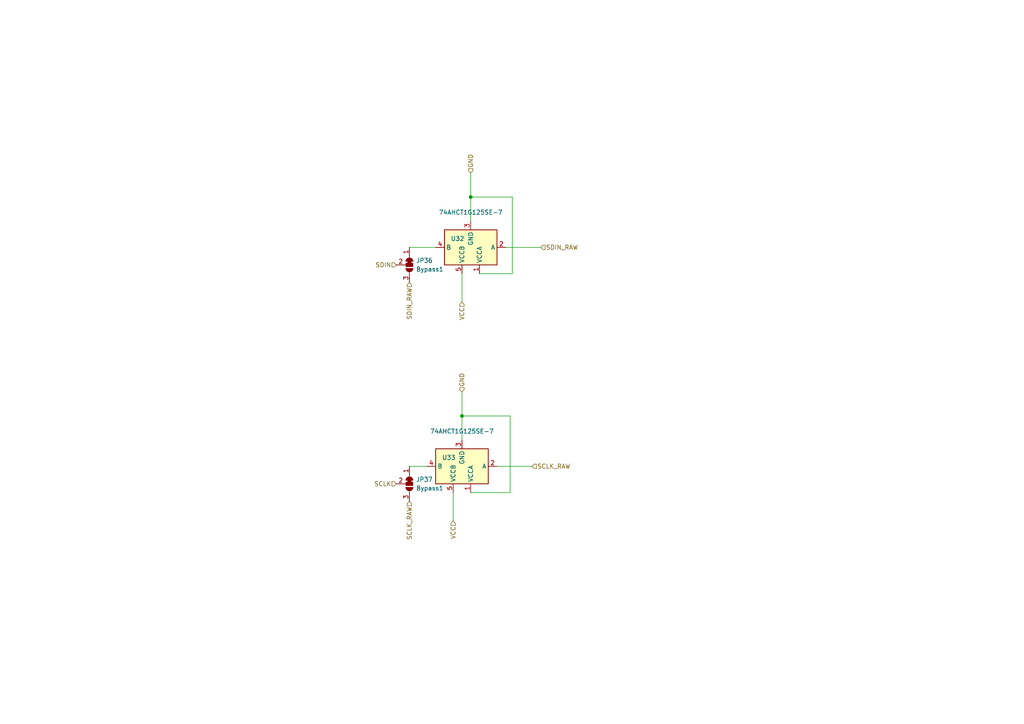
<source format=kicad_sch>
(kicad_sch (version 20211123) (generator eeschema)
  (paper "A4")
  (lib_symbols
    (symbol "Jumper:SolderJumper_3_Bridged12" (pin_names (offset 0) hide)
      (property "Reference" "JP" (at -2.54 -2.54 0))
      (property "Value" "SolderJumper_3_Bridged12" (at 0 2.794 0))
      (symbol "SolderJumper_3_Bridged12_0_1"
        (rectangle (start -1.016 0.508) (end -0.508 -0.508) (fill (type outline)))
        (arc (start -1.016 1.016) (mid -2.032 0) (end -1.016 -1.016))
        (arc (start -1.016 1.016) (mid -2.032 0) (end -1.016 -1.016) (fill (type outline)))
        (rectangle (start -0.508 1.016) (end 0.508 -1.016) (fill (type outline)))
        (polyline (pts (xy -2.54 0) (xy -2.032 0)))
        (polyline (pts (xy -1.016 1.016) (xy -1.016 -1.016)))
        (polyline (pts (xy 0 -1.27) (xy 0 -1.016)))
        (polyline (pts (xy 1.016 1.016) (xy 1.016 -1.016)))
        (polyline (pts (xy 2.54 0) (xy 2.032 0)))
        (arc (start 1.016 -1.016) (mid 2.032 0) (end 1.016 1.016))
        (arc (start 1.016 -1.016) (mid 2.032 0) (end 1.016 1.016) (fill (type outline)))
      )
      (symbol "SolderJumper_3_Bridged12_1_1"
        (pin passive line (at -5.08 0 0) (length 2.54) (name "A") (number "1"))
        (pin passive line (at 0 -3.81 90) (length 2.54) (name "C") (number "2"))
        (pin passive line (at 5.08 0 180) (length 2.54) (name "B") (number "3"))
      )
    )
    (symbol "Logic_LevelTranslator:SN74AUP1T34DCK"
      (property "Reference" "U" (at -6.35 6.35 0))
      (property "Value" "SN74AUP1T34DCK" (at 11.43 6.35 0))
      (symbol "SN74AUP1T34DCK_0_1"
        (rectangle (start -7.62 -5.08) (end 7.62 5.08) (stroke (width 0.254)) (fill (type background)))
        (pin power_in line (at -2.54 7.62 270) (length 2.54) (name "VCCA") (number "1"))
        (pin input line (at -10.16 0 0) (length 2.54) (name "A") (number "2"))
        (pin power_in line (at 0 -7.62 90) (length 2.54) (name "GND") (number "3"))
        (pin output line (at 10.16 0 180) (length 2.54) (name "B") (number "4"))
        (pin power_in line (at 2.54 7.62 270) (length 2.54) (name "VCCB") (number "5"))
      )
    )
  )
  (junction (at 136.525 57.15))
  (junction (at 133.985 120.65))
  (wire (pts (xy 139.065 79.375) (xy 148.59 79.375)))
  (wire (pts (xy 148.59 57.15) (xy 136.525 57.15)))
  (wire (pts (xy 136.525 57.15) (xy 136.525 64.135)))
  (wire (pts (xy 118.745 135.255) (xy 123.825 135.255)))
  (wire (pts (xy 147.955 142.875) (xy 147.955 120.65)))
  (wire (pts (xy 148.59 79.375) (xy 148.59 57.15)))
  (wire (pts (xy 136.525 50.165) (xy 136.525 57.15)))
  (wire (pts (xy 118.745 71.755) (xy 126.365 71.755)))
  (wire (pts (xy 133.985 79.375) (xy 133.985 87.63)))
  (wire (pts (xy 133.985 120.65) (xy 133.985 127.635)))
  (wire (pts (xy 144.145 135.255) (xy 154.305 135.255)))
  (wire (pts (xy 133.985 113.665) (xy 133.985 120.65)))
  (wire (pts (xy 147.955 120.65) (xy 133.985 120.65)))
  (wire (pts (xy 146.685 71.755) (xy 156.845 71.755)))
  (wire (pts (xy 131.445 142.875) (xy 131.445 151.13)))
  (wire (pts (xy 136.525 142.875) (xy 147.955 142.875)))
  (hierarchical_label "SDIN_RAW" (shape input) (at 118.745 81.915 270))
  (hierarchical_label "VCC" (shape input) (at 131.445 151.13 270))
  (hierarchical_label "SCLK" (shape input) (at 114.935 140.335 180))
  (hierarchical_label "SDIN" (shape input) (at 114.935 76.835 180))
  (hierarchical_label "GND" (shape input) (at 136.525 50.165 90))
  (hierarchical_label "VCC" (shape input) (at 133.985 87.63 270))
  (hierarchical_label "SCLK_RAW" (shape input) (at 154.305 135.255 0))
  (hierarchical_label "GND" (shape input) (at 133.985 113.665 90))
  (hierarchical_label "SCLK_RAW" (shape input) (at 118.745 145.415 270))
  (hierarchical_label "SDIN_RAW" (shape input) (at 156.845 71.755 0))
  (symbol (lib_id "Logic_LevelTranslator:SN74AUP1T34DCK") (at 136.525 71.755 180) (unit 1)
    (property "Reference" "U32" (at 132.715 69.215 0))
    (property "Value" "74AHCT1G125SE-7" (at 136.525 61.595 0))
    (property "Footprint" "Package_TO_SOT_SMD:SOT-353_SC-70-5" (effects hide))
    (property "Datasheet" "https://datasheet.lcsc.com/lcsc/1912111437_Diodes-Incorporated-74AHCT1G125SE-7_C151417.pdf" (effects hide))
    (property "MPN" "C151417" (effects hide))
  )
  (symbol (lib_id "Jumper:SolderJumper_3_Bridged12") (at 118.745 76.835 270) (unit 1)
    (property "Reference" "JP36" (at 120.65 75.5649 90) (effects (justify left)))
    (property "Value" "Bypass1" (at 120.65 78.1049 90) (effects (justify left)))
    (property "Footprint" "Jumper:SolderJumper-3_P1.3mm_Bridged12_RoundedPad1.0x1.5mm" (effects hide))
  )
  (symbol (lib_id "Jumper:SolderJumper_3_Bridged12") (at 118.745 140.335 270) (unit 1)
    (property "Reference" "JP37" (at 120.65 139.0649 90) (effects (justify left)))
    (property "Value" "Bypass1" (at 120.65 141.6049 90) (effects (justify left)))
    (property "Footprint" "Jumper:SolderJumper-3_P1.3mm_Bridged12_RoundedPad1.0x1.5mm" (effects hide))
  )
  (symbol (lib_id "Logic_LevelTranslator:SN74AUP1T34DCK") (at 133.985 135.255 180) (unit 1)
    (property "Reference" "U33" (at 130.175 132.715 0))
    (property "Value" "74AHCT1G125SE-7" (at 133.985 125.095 0))
    (property "Footprint" "Package_TO_SOT_SMD:SOT-353_SC-70-5" (effects hide))
    (property "Datasheet" "https://datasheet.lcsc.com/lcsc/1912111437_Diodes-Incorporated-74AHCT1G125SE-7_C151417.pdf" (effects hide))
    (property "MPN" "C151417" (effects hide))
  )
)
</source>
